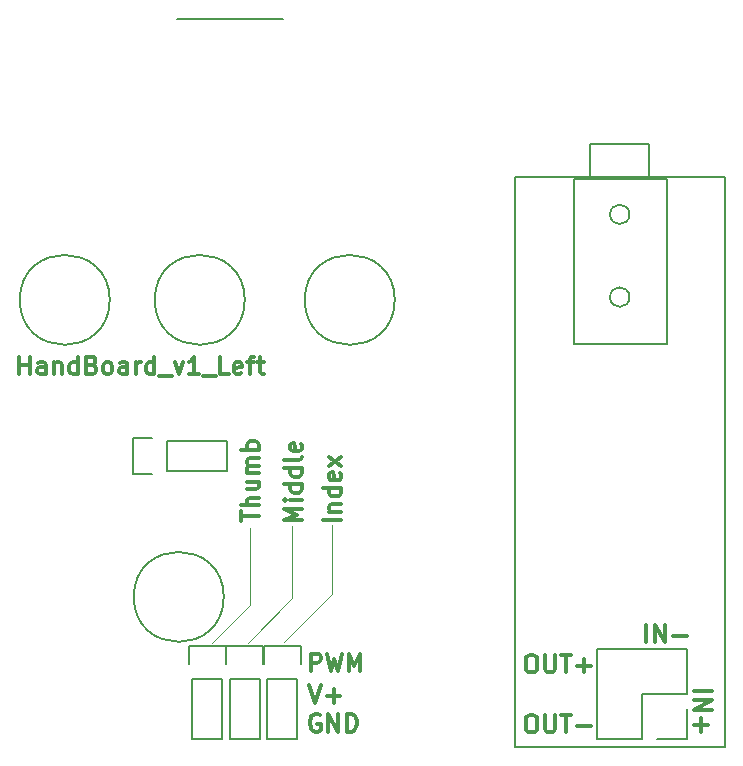
<source format=gto>
G04 #@! TF.FileFunction,Legend,Top*
%FSLAX46Y46*%
G04 Gerber Fmt 4.6, Leading zero omitted, Abs format (unit mm)*
G04 Created by KiCad (PCBNEW 4.0.1-stable) date 2016/06/15 21:34:56*
%MOMM*%
G01*
G04 APERTURE LIST*
%ADD10C,0.100000*%
%ADD11C,0.300000*%
%ADD12C,0.150000*%
G04 APERTURE END LIST*
D10*
X124121100Y-127633600D02*
X124121100Y-121783600D01*
X120071100Y-131683600D02*
X124121100Y-127633600D01*
X120771100Y-127983600D02*
X120771100Y-121883600D01*
X117021100Y-131733600D02*
X120771100Y-127983600D01*
X117171100Y-128533600D02*
X113971100Y-131733600D01*
X117171100Y-122033600D02*
X117171100Y-128533600D01*
D11*
X97678243Y-109012171D02*
X97678243Y-107512171D01*
X97678243Y-108226457D02*
X98535386Y-108226457D01*
X98535386Y-109012171D02*
X98535386Y-107512171D01*
X99892529Y-109012171D02*
X99892529Y-108226457D01*
X99821100Y-108083600D01*
X99678243Y-108012171D01*
X99392529Y-108012171D01*
X99249672Y-108083600D01*
X99892529Y-108940743D02*
X99749672Y-109012171D01*
X99392529Y-109012171D01*
X99249672Y-108940743D01*
X99178243Y-108797886D01*
X99178243Y-108655029D01*
X99249672Y-108512171D01*
X99392529Y-108440743D01*
X99749672Y-108440743D01*
X99892529Y-108369314D01*
X100606815Y-108012171D02*
X100606815Y-109012171D01*
X100606815Y-108155029D02*
X100678243Y-108083600D01*
X100821101Y-108012171D01*
X101035386Y-108012171D01*
X101178243Y-108083600D01*
X101249672Y-108226457D01*
X101249672Y-109012171D01*
X102606815Y-109012171D02*
X102606815Y-107512171D01*
X102606815Y-108940743D02*
X102463958Y-109012171D01*
X102178244Y-109012171D01*
X102035386Y-108940743D01*
X101963958Y-108869314D01*
X101892529Y-108726457D01*
X101892529Y-108297886D01*
X101963958Y-108155029D01*
X102035386Y-108083600D01*
X102178244Y-108012171D01*
X102463958Y-108012171D01*
X102606815Y-108083600D01*
X103821101Y-108226457D02*
X104035387Y-108297886D01*
X104106815Y-108369314D01*
X104178244Y-108512171D01*
X104178244Y-108726457D01*
X104106815Y-108869314D01*
X104035387Y-108940743D01*
X103892529Y-109012171D01*
X103321101Y-109012171D01*
X103321101Y-107512171D01*
X103821101Y-107512171D01*
X103963958Y-107583600D01*
X104035387Y-107655029D01*
X104106815Y-107797886D01*
X104106815Y-107940743D01*
X104035387Y-108083600D01*
X103963958Y-108155029D01*
X103821101Y-108226457D01*
X103321101Y-108226457D01*
X105035387Y-109012171D02*
X104892529Y-108940743D01*
X104821101Y-108869314D01*
X104749672Y-108726457D01*
X104749672Y-108297886D01*
X104821101Y-108155029D01*
X104892529Y-108083600D01*
X105035387Y-108012171D01*
X105249672Y-108012171D01*
X105392529Y-108083600D01*
X105463958Y-108155029D01*
X105535387Y-108297886D01*
X105535387Y-108726457D01*
X105463958Y-108869314D01*
X105392529Y-108940743D01*
X105249672Y-109012171D01*
X105035387Y-109012171D01*
X106821101Y-109012171D02*
X106821101Y-108226457D01*
X106749672Y-108083600D01*
X106606815Y-108012171D01*
X106321101Y-108012171D01*
X106178244Y-108083600D01*
X106821101Y-108940743D02*
X106678244Y-109012171D01*
X106321101Y-109012171D01*
X106178244Y-108940743D01*
X106106815Y-108797886D01*
X106106815Y-108655029D01*
X106178244Y-108512171D01*
X106321101Y-108440743D01*
X106678244Y-108440743D01*
X106821101Y-108369314D01*
X107535387Y-109012171D02*
X107535387Y-108012171D01*
X107535387Y-108297886D02*
X107606815Y-108155029D01*
X107678244Y-108083600D01*
X107821101Y-108012171D01*
X107963958Y-108012171D01*
X109106815Y-109012171D02*
X109106815Y-107512171D01*
X109106815Y-108940743D02*
X108963958Y-109012171D01*
X108678244Y-109012171D01*
X108535386Y-108940743D01*
X108463958Y-108869314D01*
X108392529Y-108726457D01*
X108392529Y-108297886D01*
X108463958Y-108155029D01*
X108535386Y-108083600D01*
X108678244Y-108012171D01*
X108963958Y-108012171D01*
X109106815Y-108083600D01*
X109463958Y-109155029D02*
X110606815Y-109155029D01*
X110821101Y-108012171D02*
X111178244Y-109012171D01*
X111535386Y-108012171D01*
X112892529Y-109012171D02*
X112035386Y-109012171D01*
X112463958Y-109012171D02*
X112463958Y-107512171D01*
X112321101Y-107726457D01*
X112178243Y-107869314D01*
X112035386Y-107940743D01*
X113178243Y-109155029D02*
X114321100Y-109155029D01*
X115392529Y-109012171D02*
X114678243Y-109012171D01*
X114678243Y-107512171D01*
X116463957Y-108940743D02*
X116321100Y-109012171D01*
X116035386Y-109012171D01*
X115892529Y-108940743D01*
X115821100Y-108797886D01*
X115821100Y-108226457D01*
X115892529Y-108083600D01*
X116035386Y-108012171D01*
X116321100Y-108012171D01*
X116463957Y-108083600D01*
X116535386Y-108226457D01*
X116535386Y-108369314D01*
X115821100Y-108512171D01*
X116963957Y-108012171D02*
X117535386Y-108012171D01*
X117178243Y-109012171D02*
X117178243Y-107726457D01*
X117249671Y-107583600D01*
X117392529Y-107512171D01*
X117535386Y-107512171D01*
X117821100Y-108012171D02*
X118392529Y-108012171D01*
X118035386Y-107512171D02*
X118035386Y-108797886D01*
X118106814Y-108940743D01*
X118249672Y-109012171D01*
X118392529Y-109012171D01*
X150763243Y-131717171D02*
X150763243Y-130217171D01*
X151477529Y-131717171D02*
X151477529Y-130217171D01*
X152334672Y-131717171D01*
X152334672Y-130217171D01*
X153048958Y-131145743D02*
X154191815Y-131145743D01*
X122328243Y-134162171D02*
X122328243Y-132662171D01*
X122899671Y-132662171D01*
X123042529Y-132733600D01*
X123113957Y-132805029D01*
X123185386Y-132947886D01*
X123185386Y-133162171D01*
X123113957Y-133305029D01*
X123042529Y-133376457D01*
X122899671Y-133447886D01*
X122328243Y-133447886D01*
X123685386Y-132662171D02*
X124042529Y-134162171D01*
X124328243Y-133090743D01*
X124613957Y-134162171D01*
X124971100Y-132662171D01*
X125542529Y-134162171D02*
X125542529Y-132662171D01*
X126042529Y-133733600D01*
X126542529Y-132662171D01*
X126542529Y-134162171D01*
X122213957Y-135312171D02*
X122713957Y-136812171D01*
X123213957Y-135312171D01*
X123713957Y-136240743D02*
X124856814Y-136240743D01*
X124285385Y-136812171D02*
X124285385Y-135669314D01*
X123113957Y-137833600D02*
X122971100Y-137762171D01*
X122756814Y-137762171D01*
X122542529Y-137833600D01*
X122399671Y-137976457D01*
X122328243Y-138119314D01*
X122256814Y-138405029D01*
X122256814Y-138619314D01*
X122328243Y-138905029D01*
X122399671Y-139047886D01*
X122542529Y-139190743D01*
X122756814Y-139262171D01*
X122899671Y-139262171D01*
X123113957Y-139190743D01*
X123185386Y-139119314D01*
X123185386Y-138619314D01*
X122899671Y-138619314D01*
X123828243Y-139262171D02*
X123828243Y-137762171D01*
X124685386Y-139262171D01*
X124685386Y-137762171D01*
X125399672Y-139262171D02*
X125399672Y-137762171D01*
X125756815Y-137762171D01*
X125971100Y-137833600D01*
X126113958Y-137976457D01*
X126185386Y-138119314D01*
X126256815Y-138405029D01*
X126256815Y-138619314D01*
X126185386Y-138905029D01*
X126113958Y-139047886D01*
X125971100Y-139190743D01*
X125756815Y-139262171D01*
X125399672Y-139262171D01*
X154807529Y-135840743D02*
X156307529Y-135840743D01*
X154807529Y-136555029D02*
X156307529Y-136555029D01*
X154807529Y-137412172D01*
X156307529Y-137412172D01*
X155378957Y-138126458D02*
X155378957Y-139269315D01*
X154807529Y-138697886D02*
X155950386Y-138697886D01*
X140888957Y-137837171D02*
X141174671Y-137837171D01*
X141317529Y-137908600D01*
X141460386Y-138051457D01*
X141531814Y-138337171D01*
X141531814Y-138837171D01*
X141460386Y-139122886D01*
X141317529Y-139265743D01*
X141174671Y-139337171D01*
X140888957Y-139337171D01*
X140746100Y-139265743D01*
X140603243Y-139122886D01*
X140531814Y-138837171D01*
X140531814Y-138337171D01*
X140603243Y-138051457D01*
X140746100Y-137908600D01*
X140888957Y-137837171D01*
X142174672Y-137837171D02*
X142174672Y-139051457D01*
X142246100Y-139194314D01*
X142317529Y-139265743D01*
X142460386Y-139337171D01*
X142746100Y-139337171D01*
X142888958Y-139265743D01*
X142960386Y-139194314D01*
X143031815Y-139051457D01*
X143031815Y-137837171D01*
X143531815Y-137837171D02*
X144388958Y-137837171D01*
X143960387Y-139337171D02*
X143960387Y-137837171D01*
X144888958Y-138765743D02*
X146031815Y-138765743D01*
X140888957Y-132757171D02*
X141174671Y-132757171D01*
X141317529Y-132828600D01*
X141460386Y-132971457D01*
X141531814Y-133257171D01*
X141531814Y-133757171D01*
X141460386Y-134042886D01*
X141317529Y-134185743D01*
X141174671Y-134257171D01*
X140888957Y-134257171D01*
X140746100Y-134185743D01*
X140603243Y-134042886D01*
X140531814Y-133757171D01*
X140531814Y-133257171D01*
X140603243Y-132971457D01*
X140746100Y-132828600D01*
X140888957Y-132757171D01*
X142174672Y-132757171D02*
X142174672Y-133971457D01*
X142246100Y-134114314D01*
X142317529Y-134185743D01*
X142460386Y-134257171D01*
X142746100Y-134257171D01*
X142888958Y-134185743D01*
X142960386Y-134114314D01*
X143031815Y-133971457D01*
X143031815Y-132757171D01*
X143531815Y-132757171D02*
X144388958Y-132757171D01*
X143960387Y-134257171D02*
X143960387Y-132757171D01*
X144888958Y-133685743D02*
X146031815Y-133685743D01*
X145460386Y-134257171D02*
X145460386Y-133114314D01*
X124899671Y-121355029D02*
X123399671Y-121355029D01*
X123899671Y-120640743D02*
X124899671Y-120640743D01*
X124042529Y-120640743D02*
X123971100Y-120569315D01*
X123899671Y-120426457D01*
X123899671Y-120212172D01*
X123971100Y-120069315D01*
X124113957Y-119997886D01*
X124899671Y-119997886D01*
X124899671Y-118640743D02*
X123399671Y-118640743D01*
X124828243Y-118640743D02*
X124899671Y-118783600D01*
X124899671Y-119069314D01*
X124828243Y-119212172D01*
X124756814Y-119283600D01*
X124613957Y-119355029D01*
X124185386Y-119355029D01*
X124042529Y-119283600D01*
X123971100Y-119212172D01*
X123899671Y-119069314D01*
X123899671Y-118783600D01*
X123971100Y-118640743D01*
X124828243Y-117355029D02*
X124899671Y-117497886D01*
X124899671Y-117783600D01*
X124828243Y-117926457D01*
X124685386Y-117997886D01*
X124113957Y-117997886D01*
X123971100Y-117926457D01*
X123899671Y-117783600D01*
X123899671Y-117497886D01*
X123971100Y-117355029D01*
X124113957Y-117283600D01*
X124256814Y-117283600D01*
X124399671Y-117997886D01*
X124899671Y-116783600D02*
X123899671Y-115997886D01*
X123899671Y-116783600D02*
X124899671Y-115997886D01*
X121599671Y-121390743D02*
X120099671Y-121390743D01*
X121171100Y-120890743D01*
X120099671Y-120390743D01*
X121599671Y-120390743D01*
X121599671Y-119676457D02*
X120599671Y-119676457D01*
X120099671Y-119676457D02*
X120171100Y-119747886D01*
X120242529Y-119676457D01*
X120171100Y-119605029D01*
X120099671Y-119676457D01*
X120242529Y-119676457D01*
X121599671Y-118319314D02*
X120099671Y-118319314D01*
X121528243Y-118319314D02*
X121599671Y-118462171D01*
X121599671Y-118747885D01*
X121528243Y-118890743D01*
X121456814Y-118962171D01*
X121313957Y-119033600D01*
X120885386Y-119033600D01*
X120742529Y-118962171D01*
X120671100Y-118890743D01*
X120599671Y-118747885D01*
X120599671Y-118462171D01*
X120671100Y-118319314D01*
X121599671Y-116962171D02*
X120099671Y-116962171D01*
X121528243Y-116962171D02*
X121599671Y-117105028D01*
X121599671Y-117390742D01*
X121528243Y-117533600D01*
X121456814Y-117605028D01*
X121313957Y-117676457D01*
X120885386Y-117676457D01*
X120742529Y-117605028D01*
X120671100Y-117533600D01*
X120599671Y-117390742D01*
X120599671Y-117105028D01*
X120671100Y-116962171D01*
X121599671Y-116033599D02*
X121528243Y-116176457D01*
X121385386Y-116247885D01*
X120099671Y-116247885D01*
X121528243Y-114890743D02*
X121599671Y-115033600D01*
X121599671Y-115319314D01*
X121528243Y-115462171D01*
X121385386Y-115533600D01*
X120813957Y-115533600D01*
X120671100Y-115462171D01*
X120599671Y-115319314D01*
X120599671Y-115033600D01*
X120671100Y-114890743D01*
X120813957Y-114819314D01*
X120956814Y-114819314D01*
X121099671Y-115533600D01*
X116441671Y-121465029D02*
X116441671Y-120607886D01*
X117941671Y-121036457D02*
X116441671Y-121036457D01*
X117941671Y-120107886D02*
X116441671Y-120107886D01*
X117941671Y-119465029D02*
X117155957Y-119465029D01*
X117013100Y-119536458D01*
X116941671Y-119679315D01*
X116941671Y-119893600D01*
X117013100Y-120036458D01*
X117084529Y-120107886D01*
X116941671Y-118107886D02*
X117941671Y-118107886D01*
X116941671Y-118750743D02*
X117727386Y-118750743D01*
X117870243Y-118679315D01*
X117941671Y-118536457D01*
X117941671Y-118322172D01*
X117870243Y-118179315D01*
X117798814Y-118107886D01*
X117941671Y-117393600D02*
X116941671Y-117393600D01*
X117084529Y-117393600D02*
X117013100Y-117322172D01*
X116941671Y-117179314D01*
X116941671Y-116965029D01*
X117013100Y-116822172D01*
X117155957Y-116750743D01*
X117941671Y-116750743D01*
X117155957Y-116750743D02*
X117013100Y-116679314D01*
X116941671Y-116536457D01*
X116941671Y-116322172D01*
X117013100Y-116179314D01*
X117155957Y-116107886D01*
X117941671Y-116107886D01*
X117941671Y-115393600D02*
X116441671Y-115393600D01*
X117013100Y-115393600D02*
X116941671Y-115250743D01*
X116941671Y-114965029D01*
X117013100Y-114822172D01*
X117084529Y-114750743D01*
X117227386Y-114679314D01*
X117655957Y-114679314D01*
X117798814Y-114750743D01*
X117870243Y-114822172D01*
X117941671Y-114965029D01*
X117941671Y-115250743D01*
X117870243Y-115393600D01*
D12*
X154216100Y-137388600D02*
X154216100Y-139928600D01*
X154216100Y-139928600D02*
X151676100Y-139928600D01*
X154216100Y-132308600D02*
X146596100Y-132308600D01*
X146596100Y-132308600D02*
X146596100Y-139928600D01*
X146596100Y-139928600D02*
X150406100Y-139928600D01*
X150406100Y-139928600D02*
X150406100Y-136118600D01*
X150406100Y-136118600D02*
X154216100Y-136118600D01*
X154216100Y-136118600D02*
X154216100Y-132308600D01*
X157391100Y-92303600D02*
X157391100Y-140563600D01*
X157391100Y-140563600D02*
X139611100Y-140563600D01*
X139611100Y-140563600D02*
X139611100Y-92303600D01*
X139611100Y-92303600D02*
X157391100Y-92303600D01*
X105321100Y-102717600D02*
G75*
G03X105321100Y-102717600I-3810000J0D01*
G01*
X116751100Y-102717600D02*
G75*
G03X116751100Y-102717600I-3810000J0D01*
G01*
X129451100Y-102717600D02*
G75*
G03X129451100Y-102717600I-3810000J0D01*
G01*
X114973100Y-127863600D02*
G75*
G03X114973100Y-127863600I-3810000J0D01*
G01*
X110147100Y-117195600D02*
X115227100Y-117195600D01*
X115227100Y-117195600D02*
X115227100Y-114655600D01*
X115227100Y-114655600D02*
X110147100Y-114655600D01*
X107327100Y-114375600D02*
X108877100Y-114375600D01*
X110147100Y-114655600D02*
X110147100Y-117195600D01*
X108877100Y-117475600D02*
X107327100Y-117475600D01*
X107327100Y-117475600D02*
X107327100Y-114375600D01*
X119981100Y-78968600D02*
X110981100Y-78968600D01*
X118656100Y-134848600D02*
X118656100Y-139928600D01*
X118656100Y-139928600D02*
X121196100Y-139928600D01*
X121196100Y-139928600D02*
X121196100Y-134848600D01*
X121476100Y-132028600D02*
X121476100Y-133578600D01*
X121196100Y-134848600D02*
X118656100Y-134848600D01*
X118376100Y-133578600D02*
X118376100Y-132028600D01*
X118376100Y-132028600D02*
X121476100Y-132028600D01*
X115481100Y-134848600D02*
X115481100Y-139928600D01*
X115481100Y-139928600D02*
X118021100Y-139928600D01*
X118021100Y-139928600D02*
X118021100Y-134848600D01*
X118301100Y-132028600D02*
X118301100Y-133578600D01*
X118021100Y-134848600D02*
X115481100Y-134848600D01*
X115201100Y-133578600D02*
X115201100Y-132028600D01*
X115201100Y-132028600D02*
X118301100Y-132028600D01*
X112306100Y-134848600D02*
X112306100Y-139928600D01*
X112306100Y-139928600D02*
X114846100Y-139928600D01*
X114846100Y-139928600D02*
X114846100Y-134848600D01*
X115126100Y-132028600D02*
X115126100Y-133578600D01*
X114846100Y-134848600D02*
X112306100Y-134848600D01*
X112026100Y-133578600D02*
X112026100Y-132028600D01*
X112026100Y-132028600D02*
X115126100Y-132028600D01*
X144601100Y-92478600D02*
X144601100Y-106478600D01*
X144601100Y-106478600D02*
X152501100Y-106478600D01*
X152501100Y-106478600D02*
X152501100Y-92478600D01*
X152501100Y-92478600D02*
X144601100Y-92478600D01*
X151001100Y-89478600D02*
X151001100Y-92478600D01*
X146001100Y-89478600D02*
X151001100Y-89478600D01*
X146001100Y-92478600D02*
X146001100Y-89478600D01*
X149325721Y-102478600D02*
G75*
G03X149325721Y-102478600I-824621J0D01*
G01*
X149325721Y-95478600D02*
G75*
G03X149325721Y-95478600I-824621J0D01*
G01*
M02*

</source>
